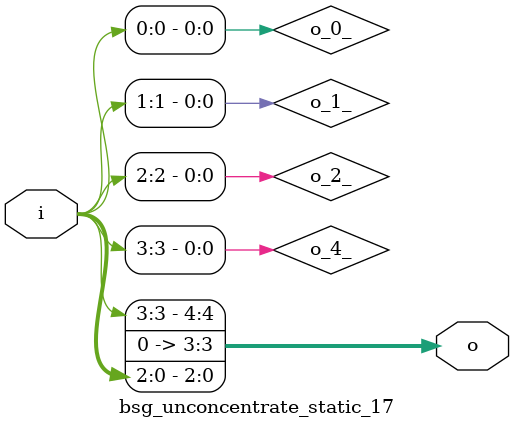
<source format=v>
module bsg_unconcentrate_static_17
(
  i,
  o
);
  input [3:0] i;
  output [4:0] o;
  wire [4:0] o;
  wire o_4_,o_2_,o_1_,o_0_;
  assign o[3] = 1'b0;
  assign o_4_ = i[3];
  assign o[4] = o_4_;
  assign o_2_ = i[2];
  assign o[2] = o_2_;
  assign o_1_ = i[1];
  assign o[1] = o_1_;
  assign o_0_ = i[0];
  assign o[0] = o_0_;
endmodule
</source>
